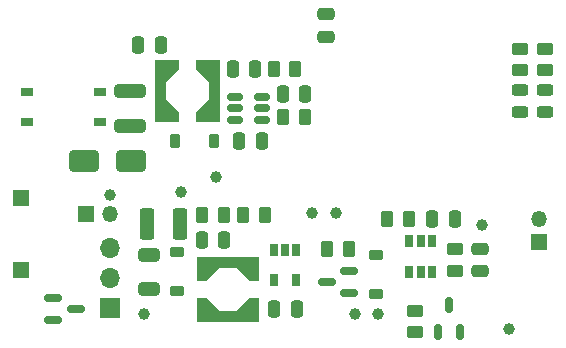
<source format=gbr>
%TF.GenerationSoftware,KiCad,Pcbnew,7.0.10*%
%TF.CreationDate,2024-01-22T12:35:19+11:00*%
%TF.ProjectId,cptibp8-pcb,63707469-6270-4382-9d70-63622e6b6963,rev?*%
%TF.SameCoordinates,Original*%
%TF.FileFunction,Soldermask,Bot*%
%TF.FilePolarity,Negative*%
%FSLAX46Y46*%
G04 Gerber Fmt 4.6, Leading zero omitted, Abs format (unit mm)*
G04 Created by KiCad (PCBNEW 7.0.10) date 2024-01-22 12:35:19*
%MOMM*%
%LPD*%
G01*
G04 APERTURE LIST*
G04 Aperture macros list*
%AMRoundRect*
0 Rectangle with rounded corners*
0 $1 Rounding radius*
0 $2 $3 $4 $5 $6 $7 $8 $9 X,Y pos of 4 corners*
0 Add a 4 corners polygon primitive as box body*
4,1,4,$2,$3,$4,$5,$6,$7,$8,$9,$2,$3,0*
0 Add four circle primitives for the rounded corners*
1,1,$1+$1,$2,$3*
1,1,$1+$1,$4,$5*
1,1,$1+$1,$6,$7*
1,1,$1+$1,$8,$9*
0 Add four rect primitives between the rounded corners*
20,1,$1+$1,$2,$3,$4,$5,0*
20,1,$1+$1,$4,$5,$6,$7,0*
20,1,$1+$1,$6,$7,$8,$9,0*
20,1,$1+$1,$8,$9,$2,$3,0*%
%AMFreePoly0*
4,1,9,-0.750000,0.450000,0.750000,0.450000,1.800000,1.500000,2.650000,1.500000,2.650000,-0.500000,-2.650000,-0.500000,-2.650000,1.500000,-1.800000,1.500000,-0.750000,0.450000,-0.750000,0.450000,$1*%
G04 Aperture macros list end*
%ADD10RoundRect,0.225000X0.225000X0.375000X-0.225000X0.375000X-0.225000X-0.375000X0.225000X-0.375000X0*%
%ADD11RoundRect,0.250000X-0.250000X-0.475000X0.250000X-0.475000X0.250000X0.475000X-0.250000X0.475000X0*%
%ADD12R,1.350000X1.350000*%
%ADD13O,1.350000X1.350000*%
%ADD14R,1.700000X1.700000*%
%ADD15O,1.700000X1.700000*%
%ADD16RoundRect,0.225000X0.375000X-0.225000X0.375000X0.225000X-0.375000X0.225000X-0.375000X-0.225000X0*%
%ADD17RoundRect,0.150000X0.150000X-0.512500X0.150000X0.512500X-0.150000X0.512500X-0.150000X-0.512500X0*%
%ADD18RoundRect,0.250000X-0.262500X-0.450000X0.262500X-0.450000X0.262500X0.450000X-0.262500X0.450000X0*%
%ADD19RoundRect,0.250000X0.450000X-0.262500X0.450000X0.262500X-0.450000X0.262500X-0.450000X-0.262500X0*%
%ADD20RoundRect,0.250000X0.250000X0.475000X-0.250000X0.475000X-0.250000X-0.475000X0.250000X-0.475000X0*%
%ADD21C,1.000000*%
%ADD22RoundRect,0.250000X-0.450000X0.262500X-0.450000X-0.262500X0.450000X-0.262500X0.450000X0.262500X0*%
%ADD23RoundRect,0.250000X0.262500X0.450000X-0.262500X0.450000X-0.262500X-0.450000X0.262500X-0.450000X0*%
%ADD24R,1.000000X0.800000*%
%ADD25RoundRect,0.150000X-0.587500X-0.150000X0.587500X-0.150000X0.587500X0.150000X-0.587500X0.150000X0*%
%ADD26RoundRect,0.150000X0.587500X0.150000X-0.587500X0.150000X-0.587500X-0.150000X0.587500X-0.150000X0*%
%ADD27RoundRect,0.150000X0.512500X0.150000X-0.512500X0.150000X-0.512500X-0.150000X0.512500X-0.150000X0*%
%ADD28RoundRect,0.243750X0.456250X-0.243750X0.456250X0.243750X-0.456250X0.243750X-0.456250X-0.243750X0*%
%ADD29RoundRect,0.250000X-1.075000X0.312500X-1.075000X-0.312500X1.075000X-0.312500X1.075000X0.312500X0*%
%ADD30FreePoly0,90.000000*%
%ADD31FreePoly0,270.000000*%
%ADD32RoundRect,0.050000X0.250000X-0.500000X0.250000X0.500000X-0.250000X0.500000X-0.250000X-0.500000X0*%
%ADD33RoundRect,0.225000X-0.375000X0.225000X-0.375000X-0.225000X0.375000X-0.225000X0.375000X0.225000X0*%
%ADD34RoundRect,0.250000X1.000000X0.650000X-1.000000X0.650000X-1.000000X-0.650000X1.000000X-0.650000X0*%
%ADD35RoundRect,0.050000X-0.250000X0.500000X-0.250000X-0.500000X0.250000X-0.500000X0.250000X0.500000X0*%
%ADD36RoundRect,0.250000X0.475000X-0.250000X0.475000X0.250000X-0.475000X0.250000X-0.475000X-0.250000X0*%
%ADD37RoundRect,0.250000X-0.650000X0.325000X-0.650000X-0.325000X0.650000X-0.325000X0.650000X0.325000X0*%
%ADD38RoundRect,0.250000X0.375000X1.075000X-0.375000X1.075000X-0.375000X-1.075000X0.375000X-1.075000X0*%
%ADD39FreePoly0,0.000000*%
%ADD40FreePoly0,180.000000*%
G04 APERTURE END LIST*
D10*
%TO.C,D5*%
X18000000Y-25900000D03*
X21300000Y-25900000D03*
%TD*%
D11*
%TO.C,C2*%
X39800000Y-32500000D03*
X41700000Y-32500000D03*
%TD*%
D12*
%TO.C,J1*%
X5000000Y-36800000D03*
%TD*%
%TO.C,J2*%
X10500000Y-32100000D03*
D13*
X12500000Y-32100000D03*
%TD*%
D14*
%TO.C,J4*%
X12500000Y-40080000D03*
D15*
X12500000Y-37540000D03*
X12500000Y-35000000D03*
%TD*%
D12*
%TO.C,J5*%
X5000000Y-30700000D03*
%TD*%
%TO.C,J3*%
X48800000Y-34500000D03*
D13*
X48800000Y-32500000D03*
%TD*%
D16*
%TO.C,D6*%
X35000000Y-35600000D03*
X35000000Y-38900000D03*
%TD*%
D17*
%TO.C,U2*%
X42150000Y-42075000D03*
X40250000Y-42075000D03*
X41200000Y-39800000D03*
%TD*%
D18*
%TO.C,R10*%
X30887500Y-35050000D03*
X32712500Y-35050000D03*
%TD*%
D19*
%TO.C,R11*%
X47200000Y-19912500D03*
X47200000Y-18087500D03*
%TD*%
D20*
%TO.C,C11*%
X24787500Y-19800000D03*
X22887500Y-19800000D03*
%TD*%
D21*
%TO.C,TP2*%
X46300000Y-41850000D03*
%TD*%
D20*
%TO.C,C13*%
X16800000Y-17800000D03*
X14900000Y-17800000D03*
%TD*%
D22*
%TO.C,R9*%
X41700000Y-35087500D03*
X41700000Y-36912500D03*
%TD*%
D23*
%TO.C,R17*%
X29000000Y-23900000D03*
X27175000Y-23900000D03*
%TD*%
D24*
%TO.C,D2*%
X5500000Y-24270000D03*
X5500000Y-21730000D03*
X11650000Y-21730000D03*
X11650000Y-24270000D03*
%TD*%
D20*
%TO.C,C3*%
X22150000Y-34300000D03*
X20250000Y-34300000D03*
%TD*%
D25*
%TO.C,Q3*%
X7700000Y-41100000D03*
X7700000Y-39200000D03*
X9575000Y-40150000D03*
%TD*%
D21*
%TO.C,TP8*%
X44000000Y-33000000D03*
%TD*%
D19*
%TO.C,R8*%
X49300000Y-19912500D03*
X49300000Y-18087500D03*
%TD*%
%TO.C,R6*%
X38300000Y-42100000D03*
X38300000Y-40275000D03*
%TD*%
D21*
%TO.C,TP1*%
X21500000Y-29000000D03*
%TD*%
D18*
%TO.C,R1*%
X20287500Y-32200000D03*
X22112500Y-32200000D03*
%TD*%
D26*
%TO.C,Q1*%
X32737500Y-36900000D03*
X32737500Y-38800000D03*
X30862500Y-37850000D03*
%TD*%
D11*
%TO.C,C1*%
X27137500Y-21900000D03*
X29037500Y-21900000D03*
%TD*%
D21*
%TO.C,TP10*%
X15400000Y-40600000D03*
%TD*%
D27*
%TO.C,U5*%
X25362500Y-22200000D03*
X25362500Y-23150000D03*
X25362500Y-24100000D03*
X23087500Y-24100000D03*
X23087500Y-23150000D03*
X23087500Y-22200000D03*
%TD*%
D28*
%TO.C,D3*%
X49300000Y-23437500D03*
X49300000Y-21562500D03*
%TD*%
D18*
%TO.C,R14*%
X37800000Y-32500000D03*
X35975000Y-32500000D03*
%TD*%
D29*
%TO.C,R7*%
X14200000Y-21700000D03*
X14200000Y-24625000D03*
%TD*%
D30*
%TO.C,L2*%
X21287500Y-21700000D03*
D31*
X16787500Y-21700000D03*
%TD*%
D32*
%TO.C,U4*%
X39750000Y-37000000D03*
X38800000Y-37000000D03*
X37850000Y-37000000D03*
X37850000Y-34400000D03*
X38800000Y-34400000D03*
X39750000Y-34400000D03*
%TD*%
D21*
%TO.C,TP3*%
X33200000Y-40600000D03*
%TD*%
D33*
%TO.C,D1*%
X18200000Y-35350000D03*
X18200000Y-38650000D03*
%TD*%
D28*
%TO.C,D4*%
X47200000Y-23437500D03*
X47200000Y-21562500D03*
%TD*%
D34*
%TO.C,D8*%
X14300000Y-27600000D03*
X10300000Y-27600000D03*
%TD*%
D35*
%TO.C,U1*%
X26350000Y-35100000D03*
X27300000Y-35100000D03*
X28250000Y-35100000D03*
X28250000Y-37700000D03*
X26350000Y-37700000D03*
%TD*%
D20*
%TO.C,C12*%
X25350000Y-25900000D03*
X23450000Y-25900000D03*
%TD*%
D21*
%TO.C,TP6*%
X29600000Y-32000000D03*
%TD*%
%TO.C,TP9*%
X31600000Y-32000000D03*
%TD*%
%TO.C,TP4*%
X18500000Y-30200000D03*
%TD*%
D36*
%TO.C,C5*%
X30750000Y-15200000D03*
X30750000Y-17100000D03*
%TD*%
D23*
%TO.C,R18*%
X28200000Y-19800000D03*
X26375000Y-19800000D03*
%TD*%
D37*
%TO.C,C4*%
X15800000Y-35525000D03*
X15800000Y-38475000D03*
%TD*%
D23*
%TO.C,R2*%
X25612500Y-32200000D03*
X23787500Y-32200000D03*
%TD*%
D38*
%TO.C,F1*%
X18400000Y-32900000D03*
X15600000Y-32900000D03*
%TD*%
D11*
%TO.C,C7*%
X28300000Y-40100000D03*
X26400000Y-40100000D03*
%TD*%
D21*
%TO.C,TP7*%
X35200000Y-40600000D03*
%TD*%
D39*
%TO.C,L1*%
X22450000Y-40750000D03*
D40*
X22450000Y-36250000D03*
%TD*%
D21*
%TO.C,TP5*%
X12500000Y-30500000D03*
%TD*%
D36*
%TO.C,C6*%
X43800000Y-35050000D03*
X43800000Y-36950000D03*
%TD*%
M02*

</source>
